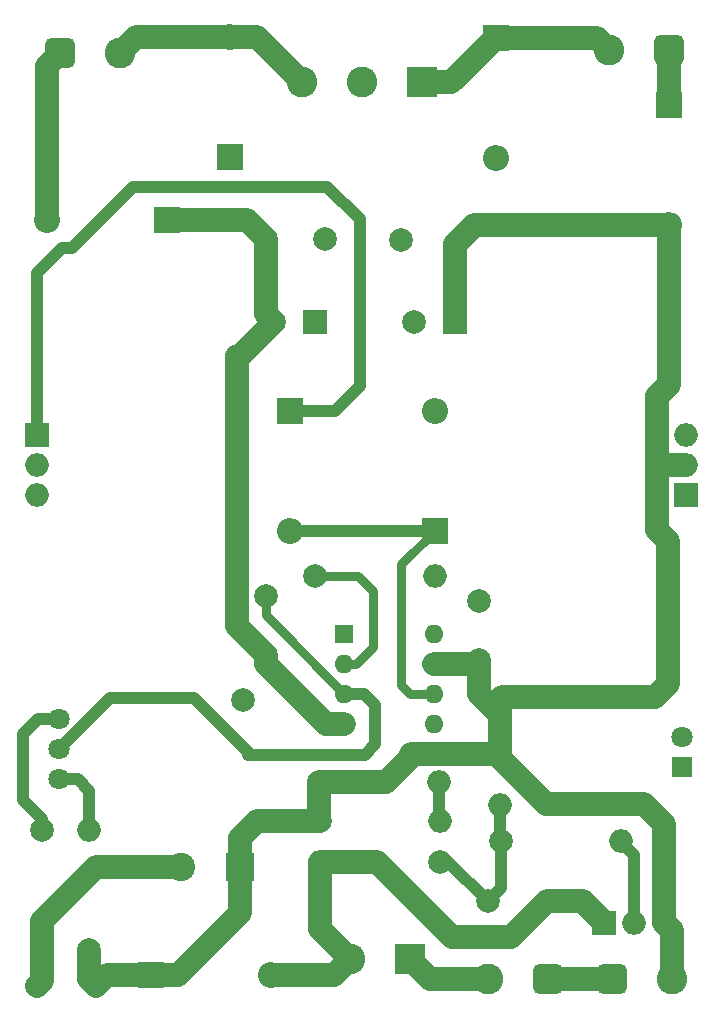
<source format=gtl>
G04 #@! TF.GenerationSoftware,KiCad,Pcbnew,7.0.10-dirty*
G04 #@! TF.CreationDate,2024-02-04T15:29:54-03:00*
G04 #@! TF.ProjectId,simetrica,73696d65-7472-4696-9361-2e6b69636164,Version 2.0*
G04 #@! TF.SameCoordinates,Original*
G04 #@! TF.FileFunction,Copper,L1,Top*
G04 #@! TF.FilePolarity,Positive*
%FSLAX46Y46*%
G04 Gerber Fmt 4.6, Leading zero omitted, Abs format (unit mm)*
G04 Created by KiCad (PCBNEW 7.0.10-dirty) date 2024-02-04 15:29:54*
%MOMM*%
%LPD*%
G01*
G04 APERTURE LIST*
G04 Aperture macros list*
%AMRoundRect*
0 Rectangle with rounded corners*
0 $1 Rounding radius*
0 $2 $3 $4 $5 $6 $7 $8 $9 X,Y pos of 4 corners*
0 Add a 4 corners polygon primitive as box body*
4,1,4,$2,$3,$4,$5,$6,$7,$8,$9,$2,$3,0*
0 Add four circle primitives for the rounded corners*
1,1,$1+$1,$2,$3*
1,1,$1+$1,$4,$5*
1,1,$1+$1,$6,$7*
1,1,$1+$1,$8,$9*
0 Add four rect primitives between the rounded corners*
20,1,$1+$1,$2,$3,$4,$5,0*
20,1,$1+$1,$4,$5,$6,$7,0*
20,1,$1+$1,$6,$7,$8,$9,0*
20,1,$1+$1,$8,$9,$2,$3,0*%
G04 Aperture macros list end*
G04 #@! TA.AperFunction,ComponentPad*
%ADD10C,2.000000*%
G04 #@! TD*
G04 #@! TA.AperFunction,ComponentPad*
%ADD11O,2.000000X2.000000*%
G04 #@! TD*
G04 #@! TA.AperFunction,ComponentPad*
%ADD12RoundRect,0.650000X-0.650000X-0.650000X0.650000X-0.650000X0.650000X0.650000X-0.650000X0.650000X0*%
G04 #@! TD*
G04 #@! TA.AperFunction,ComponentPad*
%ADD13C,2.600000*%
G04 #@! TD*
G04 #@! TA.AperFunction,ComponentPad*
%ADD14R,2.000000X2.000000*%
G04 #@! TD*
G04 #@! TA.AperFunction,ComponentPad*
%ADD15R,2.200000X2.200000*%
G04 #@! TD*
G04 #@! TA.AperFunction,ComponentPad*
%ADD16O,2.200000X2.200000*%
G04 #@! TD*
G04 #@! TA.AperFunction,ComponentPad*
%ADD17R,1.800000X1.800000*%
G04 #@! TD*
G04 #@! TA.AperFunction,ComponentPad*
%ADD18C,1.800000*%
G04 #@! TD*
G04 #@! TA.AperFunction,ComponentPad*
%ADD19R,2.600000X2.600000*%
G04 #@! TD*
G04 #@! TA.AperFunction,ComponentPad*
%ADD20RoundRect,0.650000X0.650000X0.650000X-0.650000X0.650000X-0.650000X-0.650000X0.650000X-0.650000X0*%
G04 #@! TD*
G04 #@! TA.AperFunction,ComponentPad*
%ADD21R,2.400000X2.400000*%
G04 #@! TD*
G04 #@! TA.AperFunction,ComponentPad*
%ADD22C,2.400000*%
G04 #@! TD*
G04 #@! TA.AperFunction,ComponentPad*
%ADD23R,1.600000X1.600000*%
G04 #@! TD*
G04 #@! TA.AperFunction,ComponentPad*
%ADD24O,1.600000X1.600000*%
G04 #@! TD*
G04 #@! TA.AperFunction,Conductor*
%ADD25C,2.000000*%
G04 #@! TD*
G04 #@! TA.AperFunction,Conductor*
%ADD26C,0.800000*%
G04 #@! TD*
G04 #@! TA.AperFunction,Conductor*
%ADD27C,1.000000*%
G04 #@! TD*
G04 APERTURE END LIST*
D10*
X142960000Y-69810000D03*
X137960000Y-69810000D03*
X107610000Y-119760000D03*
D11*
X107610000Y-129920000D03*
D10*
X130720000Y-98280000D03*
D11*
X140880000Y-98280000D03*
D10*
X112170000Y-132990000D03*
X107170000Y-132990000D03*
X144580000Y-105420000D03*
X144580000Y-100420000D03*
D12*
X109090000Y-54020000D03*
D13*
X114170000Y-54020000D03*
D14*
X130730000Y-76820000D03*
D10*
X127230000Y-76820000D03*
D15*
X118160000Y-68170000D03*
D16*
X108000000Y-68170000D03*
D17*
X161740000Y-114465000D03*
D18*
X161740000Y-111925000D03*
D15*
X140860000Y-94450000D03*
D16*
X140860000Y-84290000D03*
D19*
X139795000Y-56505000D03*
D13*
X134715000Y-56505000D03*
X129635000Y-56505000D03*
D15*
X160660000Y-58430000D03*
D16*
X160660000Y-68590000D03*
D12*
X155830000Y-132430000D03*
D13*
X160910000Y-132430000D03*
D20*
X160690000Y-53740000D03*
D13*
X155610000Y-53740000D03*
D10*
X146460000Y-120760000D03*
D11*
X156620000Y-120760000D03*
D10*
X126560000Y-100000000D03*
X126560000Y-105000000D03*
D19*
X138755000Y-130715000D03*
D13*
X133675000Y-130715000D03*
D20*
X150470000Y-132430000D03*
D13*
X145390000Y-132430000D03*
D21*
X124365216Y-122950000D03*
D22*
X119365216Y-122950000D03*
D15*
X128630000Y-84290000D03*
D16*
X128630000Y-94450000D03*
D10*
X111570000Y-129920000D03*
D11*
X111570000Y-119760000D03*
D14*
X162080000Y-91470000D03*
D11*
X162080000Y-88930000D03*
X162080000Y-86390000D03*
D15*
X116840000Y-132090000D03*
D16*
X127000000Y-132090000D03*
D10*
X145330000Y-125830000D03*
X150330000Y-125830000D03*
D14*
X155200000Y-127630000D03*
D11*
X157740000Y-127630000D03*
X160280000Y-127630000D03*
D14*
X146380000Y-110060000D03*
D11*
X146380000Y-117680000D03*
D10*
X124610000Y-108760000D03*
X129610000Y-108760000D03*
D15*
X123520000Y-62810000D03*
D16*
X123520000Y-52650000D03*
D15*
X146070000Y-52700000D03*
D16*
X146070000Y-62860000D03*
D10*
X131530000Y-69750000D03*
X126530000Y-69750000D03*
X141330000Y-122480000D03*
D11*
X131170000Y-122480000D03*
D23*
X133190000Y-103170000D03*
D24*
X133190000Y-105710000D03*
X133190000Y-108250000D03*
X133190000Y-110790000D03*
X140810000Y-110790000D03*
X140810000Y-108250000D03*
X140810000Y-105710000D03*
X140810000Y-103170000D03*
D10*
X131170000Y-119060000D03*
D11*
X141330000Y-119060000D03*
D14*
X107150000Y-86390000D03*
D11*
X107150000Y-88930000D03*
X107150000Y-91470000D03*
D10*
X131090000Y-115710000D03*
D11*
X141250000Y-115710000D03*
D14*
X142592651Y-76820000D03*
D10*
X139092651Y-76820000D03*
D18*
X109000000Y-115510000D03*
X109000000Y-112970000D03*
X109000000Y-110430000D03*
D25*
X131090000Y-115710000D02*
X131090000Y-118980000D01*
X144290000Y-105710000D02*
X144580000Y-105420000D01*
X119130000Y-132090000D02*
X124365216Y-126854784D01*
X159700000Y-94370000D02*
X160630000Y-95300000D01*
X146380000Y-110060000D02*
X145700000Y-109380000D01*
X160660000Y-82080000D02*
X159700000Y-83040000D01*
X159740000Y-88930000D02*
X159700000Y-88970000D01*
X116840000Y-132090000D02*
X113070000Y-132090000D01*
X160660000Y-68590000D02*
X160660000Y-82080000D01*
X124365216Y-126854784D02*
X124365216Y-122950000D01*
X124365216Y-120464784D02*
X125770000Y-119060000D01*
X131090000Y-115710000D02*
X136750000Y-115710000D01*
X160660000Y-68590000D02*
X144180000Y-68590000D01*
X144580000Y-108260000D02*
X144580000Y-105420000D01*
X113070000Y-132090000D02*
X112170000Y-132990000D01*
X138850000Y-113390000D02*
X146290000Y-113390000D01*
X160910000Y-128260000D02*
X160280000Y-127630000D01*
X111570000Y-129920000D02*
X111570000Y-132390000D01*
X159700000Y-83040000D02*
X159700000Y-88970000D01*
X162080000Y-88930000D02*
X159740000Y-88930000D01*
X159700000Y-88970000D02*
X159700000Y-94370000D01*
X146290000Y-113610000D02*
X146380000Y-113700000D01*
X142592651Y-76820000D02*
X142592651Y-70177349D01*
X146560000Y-108520000D02*
X145700000Y-109380000D01*
X160280000Y-119290000D02*
X158580000Y-117590000D01*
X158580000Y-117590000D02*
X150270000Y-117590000D01*
X160280000Y-127630000D02*
X160280000Y-119290000D01*
X145700000Y-109380000D02*
X144580000Y-108260000D01*
X150270000Y-117590000D02*
X146380000Y-113700000D01*
X160910000Y-132430000D02*
X160910000Y-128260000D01*
X125770000Y-119060000D02*
X131170000Y-119060000D01*
X142592651Y-70177349D02*
X142960000Y-69810000D01*
X116840000Y-132090000D02*
X119130000Y-132090000D01*
X140810000Y-105710000D02*
X144290000Y-105710000D01*
X124365216Y-122950000D02*
X124365216Y-120464784D01*
X159510000Y-108520000D02*
X146560000Y-108520000D01*
X136750000Y-115710000D02*
X138850000Y-113610000D01*
X131090000Y-118980000D02*
X131170000Y-119060000D01*
X160630000Y-95300000D02*
X160630000Y-107400000D01*
X146380000Y-113700000D02*
X146380000Y-110060000D01*
X111570000Y-132390000D02*
X112170000Y-132990000D01*
X160630000Y-107400000D02*
X159510000Y-108520000D01*
X144180000Y-68590000D02*
X142960000Y-69810000D01*
D26*
X126560000Y-100000000D02*
X126560000Y-101620000D01*
D27*
X125020000Y-113160000D02*
X125020000Y-113410000D01*
X120390000Y-108650000D02*
X120450000Y-108590000D01*
X135810000Y-109230000D02*
X134830000Y-108250000D01*
X135810000Y-112530000D02*
X135810000Y-109230000D01*
D26*
X126560000Y-101620000D02*
X133190000Y-108250000D01*
D27*
X120450000Y-108590000D02*
X125020000Y-113160000D01*
X134830000Y-108250000D02*
X133190000Y-108250000D01*
X134930000Y-113410000D02*
X135810000Y-112530000D01*
X109000000Y-112970000D02*
X113320000Y-108650000D01*
X113320000Y-108650000D02*
X120390000Y-108650000D01*
X125020000Y-113410000D02*
X134930000Y-113410000D01*
X146380000Y-120680000D02*
X146460000Y-120760000D01*
X141980000Y-122480000D02*
X145330000Y-125830000D01*
X146380000Y-117680000D02*
X146380000Y-120680000D01*
X146460000Y-124700000D02*
X145330000Y-125830000D01*
X146460000Y-120760000D02*
X146460000Y-124700000D01*
X141330000Y-122480000D02*
X141980000Y-122480000D01*
X111570000Y-116460000D02*
X111570000Y-119760000D01*
X110620000Y-115510000D02*
X111570000Y-116460000D01*
X109000000Y-115510000D02*
X110620000Y-115510000D01*
D26*
X135620000Y-104280000D02*
X134190000Y-105710000D01*
X134190000Y-105710000D02*
X133190000Y-105710000D01*
X130720000Y-98280000D02*
X134320000Y-98280000D01*
X135620000Y-99580000D02*
X135620000Y-104280000D01*
X134320000Y-98280000D02*
X135620000Y-99580000D01*
D25*
X108000000Y-68170000D02*
X108000000Y-55110000D01*
X108000000Y-55110000D02*
X109090000Y-54020000D01*
X160690000Y-53740000D02*
X160690000Y-58400000D01*
X160690000Y-58400000D02*
X160660000Y-58430000D01*
D26*
X138000000Y-107500000D02*
X138000000Y-97310000D01*
X140810000Y-108250000D02*
X138750000Y-108250000D01*
X138750000Y-108250000D02*
X138000000Y-107500000D01*
X138000000Y-97310000D02*
X140860000Y-94450000D01*
D27*
X140860000Y-94450000D02*
X128630000Y-94450000D01*
X107150000Y-72650000D02*
X109270000Y-70530000D01*
X132360000Y-84290000D02*
X128630000Y-84290000D01*
X107150000Y-86390000D02*
X107150000Y-72650000D01*
X115310000Y-65340000D02*
X131760000Y-65340000D01*
X109270000Y-70530000D02*
X110120000Y-70530000D01*
X134500000Y-68080000D02*
X134500000Y-82230000D01*
X110120000Y-70530000D02*
X115310000Y-65340000D01*
X132400000Y-84330000D02*
X132360000Y-84290000D01*
X134500000Y-82230000D02*
X132400000Y-84330000D01*
X131760000Y-65340000D02*
X134500000Y-68080000D01*
X141250000Y-115710000D02*
X141250000Y-118980000D01*
X141250000Y-118980000D02*
X141330000Y-119060000D01*
D25*
X146070000Y-52700000D02*
X154570000Y-52700000D01*
X154570000Y-52700000D02*
X155610000Y-53740000D01*
X142265000Y-56505000D02*
X146070000Y-52700000D01*
X139795000Y-56505000D02*
X142265000Y-56505000D01*
D27*
X157740000Y-127630000D02*
X157740000Y-121880000D01*
X157740000Y-121880000D02*
X156620000Y-120760000D01*
X107250000Y-110430000D02*
X105980000Y-111700000D01*
X105980000Y-111700000D02*
X105980000Y-117220000D01*
X107610000Y-118850000D02*
X107610000Y-119760000D01*
X105980000Y-117220000D02*
X107610000Y-118850000D01*
X109000000Y-110430000D02*
X107250000Y-110430000D01*
D25*
X115540000Y-52650000D02*
X114170000Y-54020000D01*
X123520000Y-52650000D02*
X115540000Y-52650000D01*
X125780000Y-52650000D02*
X129635000Y-56505000D01*
X123520000Y-52650000D02*
X125780000Y-52650000D01*
X126560000Y-105710000D02*
X129610000Y-108760000D01*
X132300000Y-132090000D02*
X133675000Y-130715000D01*
X124080000Y-79670000D02*
X124080000Y-102520000D01*
X129610000Y-108760000D02*
X131640000Y-110790000D01*
X150330000Y-125830000D02*
X147320000Y-128840000D01*
X127000000Y-132090000D02*
X132300000Y-132090000D01*
X124080000Y-102520000D02*
X126560000Y-105000000D01*
X107610000Y-127470000D02*
X112130000Y-122950000D01*
X107610000Y-129920000D02*
X107610000Y-127470000D01*
X131170000Y-122480000D02*
X131170000Y-128210000D01*
X153400000Y-125830000D02*
X155200000Y-127630000D01*
X124380000Y-79670000D02*
X127230000Y-76820000D01*
X126530000Y-69750000D02*
X126530000Y-76120000D01*
X119190000Y-68190000D02*
X124970000Y-68190000D01*
X126530000Y-76120000D02*
X127230000Y-76820000D01*
X150330000Y-125830000D02*
X153400000Y-125830000D01*
X131170000Y-128210000D02*
X133675000Y-130715000D01*
X126560000Y-105000000D02*
X126560000Y-105710000D01*
X142330000Y-128840000D02*
X135970000Y-122480000D01*
X135970000Y-122480000D02*
X131170000Y-122480000D01*
X147320000Y-128840000D02*
X142330000Y-128840000D01*
X124080000Y-79670000D02*
X124380000Y-79670000D01*
X107610000Y-129920000D02*
X107610000Y-132550000D01*
X107610000Y-132550000D02*
X107170000Y-132990000D01*
X131640000Y-110790000D02*
X133190000Y-110790000D01*
X124970000Y-68190000D02*
X126530000Y-69750000D01*
X112130000Y-122950000D02*
X119365216Y-122950000D01*
X155830000Y-132430000D02*
X150470000Y-132430000D01*
X140470000Y-132430000D02*
X138755000Y-130715000D01*
X145390000Y-132430000D02*
X140470000Y-132430000D01*
M02*

</source>
